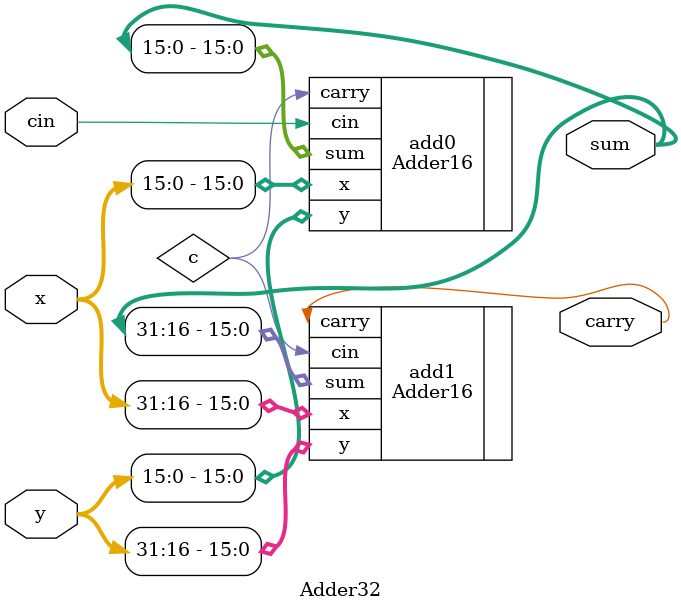
<source format=v>
`timescale 1ns / 1ps


module Adder32(
    output [31:0] sum,
    output carry,
    input [31:0] x,
    input [31:0] y,
    input cin
    );
    wire c;
    
    Adder16 add0(.sum(sum[15:0]), .carry(c), .x(x[15:0]), .y(y[15:0]), .cin(cin));
    Adder16 add1(.sum(sum[31:16]), .carry(carry), .x(x[31:16]), .y(y[31:16]), .cin(c));
endmodule

</source>
